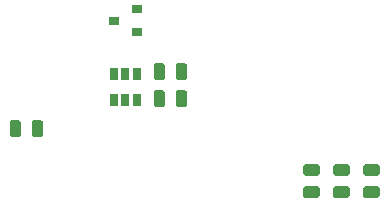
<source format=gtp>
G04 #@! TF.GenerationSoftware,KiCad,Pcbnew,5.1.5+dfsg1-2build2*
G04 #@! TF.CreationDate,2020-05-27T11:23:31-04:00*
G04 #@! TF.ProjectId,pidroponic_uHAT,70696472-6f70-46f6-9e69-635f75484154,1.0*
G04 #@! TF.SameCoordinates,Original*
G04 #@! TF.FileFunction,Paste,Top*
G04 #@! TF.FilePolarity,Positive*
%FSLAX46Y46*%
G04 Gerber Fmt 4.6, Leading zero omitted, Abs format (unit mm)*
G04 Created by KiCad (PCBNEW 5.1.5+dfsg1-2build2) date 2020-05-27 11:23:31*
%MOMM*%
%LPD*%
G04 APERTURE LIST*
%ADD10C,0.050000*%
%ADD11R,0.900000X0.800000*%
%ADD12R,0.650000X1.060000*%
G04 APERTURE END LIST*
D10*
G36*
X134429142Y-105045174D02*
G01*
X134452803Y-105048684D01*
X134476007Y-105054496D01*
X134498529Y-105062554D01*
X134520153Y-105072782D01*
X134540670Y-105085079D01*
X134559883Y-105099329D01*
X134577607Y-105115393D01*
X134593671Y-105133117D01*
X134607921Y-105152330D01*
X134620218Y-105172847D01*
X134630446Y-105194471D01*
X134638504Y-105216993D01*
X134644316Y-105240197D01*
X134647826Y-105263858D01*
X134649000Y-105287750D01*
X134649000Y-106200250D01*
X134647826Y-106224142D01*
X134644316Y-106247803D01*
X134638504Y-106271007D01*
X134630446Y-106293529D01*
X134620218Y-106315153D01*
X134607921Y-106335670D01*
X134593671Y-106354883D01*
X134577607Y-106372607D01*
X134559883Y-106388671D01*
X134540670Y-106402921D01*
X134520153Y-106415218D01*
X134498529Y-106425446D01*
X134476007Y-106433504D01*
X134452803Y-106439316D01*
X134429142Y-106442826D01*
X134405250Y-106444000D01*
X133917750Y-106444000D01*
X133893858Y-106442826D01*
X133870197Y-106439316D01*
X133846993Y-106433504D01*
X133824471Y-106425446D01*
X133802847Y-106415218D01*
X133782330Y-106402921D01*
X133763117Y-106388671D01*
X133745393Y-106372607D01*
X133729329Y-106354883D01*
X133715079Y-106335670D01*
X133702782Y-106315153D01*
X133692554Y-106293529D01*
X133684496Y-106271007D01*
X133678684Y-106247803D01*
X133675174Y-106224142D01*
X133674000Y-106200250D01*
X133674000Y-105287750D01*
X133675174Y-105263858D01*
X133678684Y-105240197D01*
X133684496Y-105216993D01*
X133692554Y-105194471D01*
X133702782Y-105172847D01*
X133715079Y-105152330D01*
X133729329Y-105133117D01*
X133745393Y-105115393D01*
X133763117Y-105099329D01*
X133782330Y-105085079D01*
X133802847Y-105072782D01*
X133824471Y-105062554D01*
X133846993Y-105054496D01*
X133870197Y-105048684D01*
X133893858Y-105045174D01*
X133917750Y-105044000D01*
X134405250Y-105044000D01*
X134429142Y-105045174D01*
G37*
G36*
X132554142Y-105045174D02*
G01*
X132577803Y-105048684D01*
X132601007Y-105054496D01*
X132623529Y-105062554D01*
X132645153Y-105072782D01*
X132665670Y-105085079D01*
X132684883Y-105099329D01*
X132702607Y-105115393D01*
X132718671Y-105133117D01*
X132732921Y-105152330D01*
X132745218Y-105172847D01*
X132755446Y-105194471D01*
X132763504Y-105216993D01*
X132769316Y-105240197D01*
X132772826Y-105263858D01*
X132774000Y-105287750D01*
X132774000Y-106200250D01*
X132772826Y-106224142D01*
X132769316Y-106247803D01*
X132763504Y-106271007D01*
X132755446Y-106293529D01*
X132745218Y-106315153D01*
X132732921Y-106335670D01*
X132718671Y-106354883D01*
X132702607Y-106372607D01*
X132684883Y-106388671D01*
X132665670Y-106402921D01*
X132645153Y-106415218D01*
X132623529Y-106425446D01*
X132601007Y-106433504D01*
X132577803Y-106439316D01*
X132554142Y-106442826D01*
X132530250Y-106444000D01*
X132042750Y-106444000D01*
X132018858Y-106442826D01*
X131995197Y-106439316D01*
X131971993Y-106433504D01*
X131949471Y-106425446D01*
X131927847Y-106415218D01*
X131907330Y-106402921D01*
X131888117Y-106388671D01*
X131870393Y-106372607D01*
X131854329Y-106354883D01*
X131840079Y-106335670D01*
X131827782Y-106315153D01*
X131817554Y-106293529D01*
X131809496Y-106271007D01*
X131803684Y-106247803D01*
X131800174Y-106224142D01*
X131799000Y-106200250D01*
X131799000Y-105287750D01*
X131800174Y-105263858D01*
X131803684Y-105240197D01*
X131809496Y-105216993D01*
X131817554Y-105194471D01*
X131827782Y-105172847D01*
X131840079Y-105152330D01*
X131854329Y-105133117D01*
X131870393Y-105115393D01*
X131888117Y-105099329D01*
X131907330Y-105085079D01*
X131927847Y-105072782D01*
X131949471Y-105062554D01*
X131971993Y-105054496D01*
X131995197Y-105048684D01*
X132018858Y-105045174D01*
X132042750Y-105044000D01*
X132530250Y-105044000D01*
X132554142Y-105045174D01*
G37*
G36*
X150722142Y-113591174D02*
G01*
X150745803Y-113594684D01*
X150769007Y-113600496D01*
X150791529Y-113608554D01*
X150813153Y-113618782D01*
X150833670Y-113631079D01*
X150852883Y-113645329D01*
X150870607Y-113661393D01*
X150886671Y-113679117D01*
X150900921Y-113698330D01*
X150913218Y-113718847D01*
X150923446Y-113740471D01*
X150931504Y-113762993D01*
X150937316Y-113786197D01*
X150940826Y-113809858D01*
X150942000Y-113833750D01*
X150942000Y-114321250D01*
X150940826Y-114345142D01*
X150937316Y-114368803D01*
X150931504Y-114392007D01*
X150923446Y-114414529D01*
X150913218Y-114436153D01*
X150900921Y-114456670D01*
X150886671Y-114475883D01*
X150870607Y-114493607D01*
X150852883Y-114509671D01*
X150833670Y-114523921D01*
X150813153Y-114536218D01*
X150791529Y-114546446D01*
X150769007Y-114554504D01*
X150745803Y-114560316D01*
X150722142Y-114563826D01*
X150698250Y-114565000D01*
X149785750Y-114565000D01*
X149761858Y-114563826D01*
X149738197Y-114560316D01*
X149714993Y-114554504D01*
X149692471Y-114546446D01*
X149670847Y-114536218D01*
X149650330Y-114523921D01*
X149631117Y-114509671D01*
X149613393Y-114493607D01*
X149597329Y-114475883D01*
X149583079Y-114456670D01*
X149570782Y-114436153D01*
X149560554Y-114414529D01*
X149552496Y-114392007D01*
X149546684Y-114368803D01*
X149543174Y-114345142D01*
X149542000Y-114321250D01*
X149542000Y-113833750D01*
X149543174Y-113809858D01*
X149546684Y-113786197D01*
X149552496Y-113762993D01*
X149560554Y-113740471D01*
X149570782Y-113718847D01*
X149583079Y-113698330D01*
X149597329Y-113679117D01*
X149613393Y-113661393D01*
X149631117Y-113645329D01*
X149650330Y-113631079D01*
X149670847Y-113618782D01*
X149692471Y-113608554D01*
X149714993Y-113600496D01*
X149738197Y-113594684D01*
X149761858Y-113591174D01*
X149785750Y-113590000D01*
X150698250Y-113590000D01*
X150722142Y-113591174D01*
G37*
G36*
X150722142Y-115466174D02*
G01*
X150745803Y-115469684D01*
X150769007Y-115475496D01*
X150791529Y-115483554D01*
X150813153Y-115493782D01*
X150833670Y-115506079D01*
X150852883Y-115520329D01*
X150870607Y-115536393D01*
X150886671Y-115554117D01*
X150900921Y-115573330D01*
X150913218Y-115593847D01*
X150923446Y-115615471D01*
X150931504Y-115637993D01*
X150937316Y-115661197D01*
X150940826Y-115684858D01*
X150942000Y-115708750D01*
X150942000Y-116196250D01*
X150940826Y-116220142D01*
X150937316Y-116243803D01*
X150931504Y-116267007D01*
X150923446Y-116289529D01*
X150913218Y-116311153D01*
X150900921Y-116331670D01*
X150886671Y-116350883D01*
X150870607Y-116368607D01*
X150852883Y-116384671D01*
X150833670Y-116398921D01*
X150813153Y-116411218D01*
X150791529Y-116421446D01*
X150769007Y-116429504D01*
X150745803Y-116435316D01*
X150722142Y-116438826D01*
X150698250Y-116440000D01*
X149785750Y-116440000D01*
X149761858Y-116438826D01*
X149738197Y-116435316D01*
X149714993Y-116429504D01*
X149692471Y-116421446D01*
X149670847Y-116411218D01*
X149650330Y-116398921D01*
X149631117Y-116384671D01*
X149613393Y-116368607D01*
X149597329Y-116350883D01*
X149583079Y-116331670D01*
X149570782Y-116311153D01*
X149560554Y-116289529D01*
X149552496Y-116267007D01*
X149546684Y-116243803D01*
X149543174Y-116220142D01*
X149542000Y-116196250D01*
X149542000Y-115708750D01*
X149543174Y-115684858D01*
X149546684Y-115661197D01*
X149552496Y-115637993D01*
X149560554Y-115615471D01*
X149570782Y-115593847D01*
X149583079Y-115573330D01*
X149597329Y-115554117D01*
X149613393Y-115536393D01*
X149631117Y-115520329D01*
X149650330Y-115506079D01*
X149670847Y-115493782D01*
X149692471Y-115483554D01*
X149714993Y-115475496D01*
X149738197Y-115469684D01*
X149761858Y-115466174D01*
X149785750Y-115465000D01*
X150698250Y-115465000D01*
X150722142Y-115466174D01*
G37*
G36*
X148182142Y-113591174D02*
G01*
X148205803Y-113594684D01*
X148229007Y-113600496D01*
X148251529Y-113608554D01*
X148273153Y-113618782D01*
X148293670Y-113631079D01*
X148312883Y-113645329D01*
X148330607Y-113661393D01*
X148346671Y-113679117D01*
X148360921Y-113698330D01*
X148373218Y-113718847D01*
X148383446Y-113740471D01*
X148391504Y-113762993D01*
X148397316Y-113786197D01*
X148400826Y-113809858D01*
X148402000Y-113833750D01*
X148402000Y-114321250D01*
X148400826Y-114345142D01*
X148397316Y-114368803D01*
X148391504Y-114392007D01*
X148383446Y-114414529D01*
X148373218Y-114436153D01*
X148360921Y-114456670D01*
X148346671Y-114475883D01*
X148330607Y-114493607D01*
X148312883Y-114509671D01*
X148293670Y-114523921D01*
X148273153Y-114536218D01*
X148251529Y-114546446D01*
X148229007Y-114554504D01*
X148205803Y-114560316D01*
X148182142Y-114563826D01*
X148158250Y-114565000D01*
X147245750Y-114565000D01*
X147221858Y-114563826D01*
X147198197Y-114560316D01*
X147174993Y-114554504D01*
X147152471Y-114546446D01*
X147130847Y-114536218D01*
X147110330Y-114523921D01*
X147091117Y-114509671D01*
X147073393Y-114493607D01*
X147057329Y-114475883D01*
X147043079Y-114456670D01*
X147030782Y-114436153D01*
X147020554Y-114414529D01*
X147012496Y-114392007D01*
X147006684Y-114368803D01*
X147003174Y-114345142D01*
X147002000Y-114321250D01*
X147002000Y-113833750D01*
X147003174Y-113809858D01*
X147006684Y-113786197D01*
X147012496Y-113762993D01*
X147020554Y-113740471D01*
X147030782Y-113718847D01*
X147043079Y-113698330D01*
X147057329Y-113679117D01*
X147073393Y-113661393D01*
X147091117Y-113645329D01*
X147110330Y-113631079D01*
X147130847Y-113618782D01*
X147152471Y-113608554D01*
X147174993Y-113600496D01*
X147198197Y-113594684D01*
X147221858Y-113591174D01*
X147245750Y-113590000D01*
X148158250Y-113590000D01*
X148182142Y-113591174D01*
G37*
G36*
X148182142Y-115466174D02*
G01*
X148205803Y-115469684D01*
X148229007Y-115475496D01*
X148251529Y-115483554D01*
X148273153Y-115493782D01*
X148293670Y-115506079D01*
X148312883Y-115520329D01*
X148330607Y-115536393D01*
X148346671Y-115554117D01*
X148360921Y-115573330D01*
X148373218Y-115593847D01*
X148383446Y-115615471D01*
X148391504Y-115637993D01*
X148397316Y-115661197D01*
X148400826Y-115684858D01*
X148402000Y-115708750D01*
X148402000Y-116196250D01*
X148400826Y-116220142D01*
X148397316Y-116243803D01*
X148391504Y-116267007D01*
X148383446Y-116289529D01*
X148373218Y-116311153D01*
X148360921Y-116331670D01*
X148346671Y-116350883D01*
X148330607Y-116368607D01*
X148312883Y-116384671D01*
X148293670Y-116398921D01*
X148273153Y-116411218D01*
X148251529Y-116421446D01*
X148229007Y-116429504D01*
X148205803Y-116435316D01*
X148182142Y-116438826D01*
X148158250Y-116440000D01*
X147245750Y-116440000D01*
X147221858Y-116438826D01*
X147198197Y-116435316D01*
X147174993Y-116429504D01*
X147152471Y-116421446D01*
X147130847Y-116411218D01*
X147110330Y-116398921D01*
X147091117Y-116384671D01*
X147073393Y-116368607D01*
X147057329Y-116350883D01*
X147043079Y-116331670D01*
X147030782Y-116311153D01*
X147020554Y-116289529D01*
X147012496Y-116267007D01*
X147006684Y-116243803D01*
X147003174Y-116220142D01*
X147002000Y-116196250D01*
X147002000Y-115708750D01*
X147003174Y-115684858D01*
X147006684Y-115661197D01*
X147012496Y-115637993D01*
X147020554Y-115615471D01*
X147030782Y-115593847D01*
X147043079Y-115573330D01*
X147057329Y-115554117D01*
X147073393Y-115536393D01*
X147091117Y-115520329D01*
X147110330Y-115506079D01*
X147130847Y-115493782D01*
X147152471Y-115483554D01*
X147174993Y-115475496D01*
X147198197Y-115469684D01*
X147221858Y-115466174D01*
X147245750Y-115465000D01*
X148158250Y-115465000D01*
X148182142Y-115466174D01*
G37*
G36*
X145642142Y-113591174D02*
G01*
X145665803Y-113594684D01*
X145689007Y-113600496D01*
X145711529Y-113608554D01*
X145733153Y-113618782D01*
X145753670Y-113631079D01*
X145772883Y-113645329D01*
X145790607Y-113661393D01*
X145806671Y-113679117D01*
X145820921Y-113698330D01*
X145833218Y-113718847D01*
X145843446Y-113740471D01*
X145851504Y-113762993D01*
X145857316Y-113786197D01*
X145860826Y-113809858D01*
X145862000Y-113833750D01*
X145862000Y-114321250D01*
X145860826Y-114345142D01*
X145857316Y-114368803D01*
X145851504Y-114392007D01*
X145843446Y-114414529D01*
X145833218Y-114436153D01*
X145820921Y-114456670D01*
X145806671Y-114475883D01*
X145790607Y-114493607D01*
X145772883Y-114509671D01*
X145753670Y-114523921D01*
X145733153Y-114536218D01*
X145711529Y-114546446D01*
X145689007Y-114554504D01*
X145665803Y-114560316D01*
X145642142Y-114563826D01*
X145618250Y-114565000D01*
X144705750Y-114565000D01*
X144681858Y-114563826D01*
X144658197Y-114560316D01*
X144634993Y-114554504D01*
X144612471Y-114546446D01*
X144590847Y-114536218D01*
X144570330Y-114523921D01*
X144551117Y-114509671D01*
X144533393Y-114493607D01*
X144517329Y-114475883D01*
X144503079Y-114456670D01*
X144490782Y-114436153D01*
X144480554Y-114414529D01*
X144472496Y-114392007D01*
X144466684Y-114368803D01*
X144463174Y-114345142D01*
X144462000Y-114321250D01*
X144462000Y-113833750D01*
X144463174Y-113809858D01*
X144466684Y-113786197D01*
X144472496Y-113762993D01*
X144480554Y-113740471D01*
X144490782Y-113718847D01*
X144503079Y-113698330D01*
X144517329Y-113679117D01*
X144533393Y-113661393D01*
X144551117Y-113645329D01*
X144570330Y-113631079D01*
X144590847Y-113618782D01*
X144612471Y-113608554D01*
X144634993Y-113600496D01*
X144658197Y-113594684D01*
X144681858Y-113591174D01*
X144705750Y-113590000D01*
X145618250Y-113590000D01*
X145642142Y-113591174D01*
G37*
G36*
X145642142Y-115466174D02*
G01*
X145665803Y-115469684D01*
X145689007Y-115475496D01*
X145711529Y-115483554D01*
X145733153Y-115493782D01*
X145753670Y-115506079D01*
X145772883Y-115520329D01*
X145790607Y-115536393D01*
X145806671Y-115554117D01*
X145820921Y-115573330D01*
X145833218Y-115593847D01*
X145843446Y-115615471D01*
X145851504Y-115637993D01*
X145857316Y-115661197D01*
X145860826Y-115684858D01*
X145862000Y-115708750D01*
X145862000Y-116196250D01*
X145860826Y-116220142D01*
X145857316Y-116243803D01*
X145851504Y-116267007D01*
X145843446Y-116289529D01*
X145833218Y-116311153D01*
X145820921Y-116331670D01*
X145806671Y-116350883D01*
X145790607Y-116368607D01*
X145772883Y-116384671D01*
X145753670Y-116398921D01*
X145733153Y-116411218D01*
X145711529Y-116421446D01*
X145689007Y-116429504D01*
X145665803Y-116435316D01*
X145642142Y-116438826D01*
X145618250Y-116440000D01*
X144705750Y-116440000D01*
X144681858Y-116438826D01*
X144658197Y-116435316D01*
X144634993Y-116429504D01*
X144612471Y-116421446D01*
X144590847Y-116411218D01*
X144570330Y-116398921D01*
X144551117Y-116384671D01*
X144533393Y-116368607D01*
X144517329Y-116350883D01*
X144503079Y-116331670D01*
X144490782Y-116311153D01*
X144480554Y-116289529D01*
X144472496Y-116267007D01*
X144466684Y-116243803D01*
X144463174Y-116220142D01*
X144462000Y-116196250D01*
X144462000Y-115708750D01*
X144463174Y-115684858D01*
X144466684Y-115661197D01*
X144472496Y-115637993D01*
X144480554Y-115615471D01*
X144490782Y-115593847D01*
X144503079Y-115573330D01*
X144517329Y-115554117D01*
X144533393Y-115536393D01*
X144551117Y-115520329D01*
X144570330Y-115506079D01*
X144590847Y-115493782D01*
X144612471Y-115483554D01*
X144634993Y-115475496D01*
X144658197Y-115469684D01*
X144681858Y-115466174D01*
X144705750Y-115465000D01*
X145618250Y-115465000D01*
X145642142Y-115466174D01*
G37*
G36*
X120362142Y-109871174D02*
G01*
X120385803Y-109874684D01*
X120409007Y-109880496D01*
X120431529Y-109888554D01*
X120453153Y-109898782D01*
X120473670Y-109911079D01*
X120492883Y-109925329D01*
X120510607Y-109941393D01*
X120526671Y-109959117D01*
X120540921Y-109978330D01*
X120553218Y-109998847D01*
X120563446Y-110020471D01*
X120571504Y-110042993D01*
X120577316Y-110066197D01*
X120580826Y-110089858D01*
X120582000Y-110113750D01*
X120582000Y-111026250D01*
X120580826Y-111050142D01*
X120577316Y-111073803D01*
X120571504Y-111097007D01*
X120563446Y-111119529D01*
X120553218Y-111141153D01*
X120540921Y-111161670D01*
X120526671Y-111180883D01*
X120510607Y-111198607D01*
X120492883Y-111214671D01*
X120473670Y-111228921D01*
X120453153Y-111241218D01*
X120431529Y-111251446D01*
X120409007Y-111259504D01*
X120385803Y-111265316D01*
X120362142Y-111268826D01*
X120338250Y-111270000D01*
X119850750Y-111270000D01*
X119826858Y-111268826D01*
X119803197Y-111265316D01*
X119779993Y-111259504D01*
X119757471Y-111251446D01*
X119735847Y-111241218D01*
X119715330Y-111228921D01*
X119696117Y-111214671D01*
X119678393Y-111198607D01*
X119662329Y-111180883D01*
X119648079Y-111161670D01*
X119635782Y-111141153D01*
X119625554Y-111119529D01*
X119617496Y-111097007D01*
X119611684Y-111073803D01*
X119608174Y-111050142D01*
X119607000Y-111026250D01*
X119607000Y-110113750D01*
X119608174Y-110089858D01*
X119611684Y-110066197D01*
X119617496Y-110042993D01*
X119625554Y-110020471D01*
X119635782Y-109998847D01*
X119648079Y-109978330D01*
X119662329Y-109959117D01*
X119678393Y-109941393D01*
X119696117Y-109925329D01*
X119715330Y-109911079D01*
X119735847Y-109898782D01*
X119757471Y-109888554D01*
X119779993Y-109880496D01*
X119803197Y-109874684D01*
X119826858Y-109871174D01*
X119850750Y-109870000D01*
X120338250Y-109870000D01*
X120362142Y-109871174D01*
G37*
G36*
X122237142Y-109871174D02*
G01*
X122260803Y-109874684D01*
X122284007Y-109880496D01*
X122306529Y-109888554D01*
X122328153Y-109898782D01*
X122348670Y-109911079D01*
X122367883Y-109925329D01*
X122385607Y-109941393D01*
X122401671Y-109959117D01*
X122415921Y-109978330D01*
X122428218Y-109998847D01*
X122438446Y-110020471D01*
X122446504Y-110042993D01*
X122452316Y-110066197D01*
X122455826Y-110089858D01*
X122457000Y-110113750D01*
X122457000Y-111026250D01*
X122455826Y-111050142D01*
X122452316Y-111073803D01*
X122446504Y-111097007D01*
X122438446Y-111119529D01*
X122428218Y-111141153D01*
X122415921Y-111161670D01*
X122401671Y-111180883D01*
X122385607Y-111198607D01*
X122367883Y-111214671D01*
X122348670Y-111228921D01*
X122328153Y-111241218D01*
X122306529Y-111251446D01*
X122284007Y-111259504D01*
X122260803Y-111265316D01*
X122237142Y-111268826D01*
X122213250Y-111270000D01*
X121725750Y-111270000D01*
X121701858Y-111268826D01*
X121678197Y-111265316D01*
X121654993Y-111259504D01*
X121632471Y-111251446D01*
X121610847Y-111241218D01*
X121590330Y-111228921D01*
X121571117Y-111214671D01*
X121553393Y-111198607D01*
X121537329Y-111180883D01*
X121523079Y-111161670D01*
X121510782Y-111141153D01*
X121500554Y-111119529D01*
X121492496Y-111097007D01*
X121486684Y-111073803D01*
X121483174Y-111050142D01*
X121482000Y-111026250D01*
X121482000Y-110113750D01*
X121483174Y-110089858D01*
X121486684Y-110066197D01*
X121492496Y-110042993D01*
X121500554Y-110020471D01*
X121510782Y-109998847D01*
X121523079Y-109978330D01*
X121537329Y-109959117D01*
X121553393Y-109941393D01*
X121571117Y-109925329D01*
X121590330Y-109911079D01*
X121610847Y-109898782D01*
X121632471Y-109888554D01*
X121654993Y-109880496D01*
X121678197Y-109874684D01*
X121701858Y-109871174D01*
X121725750Y-109870000D01*
X122213250Y-109870000D01*
X122237142Y-109871174D01*
G37*
D11*
X128414000Y-101426000D03*
X130414000Y-100476000D03*
X130414000Y-102376000D03*
D12*
X129414000Y-105914000D03*
X128464000Y-105914000D03*
X130364000Y-105914000D03*
X130364000Y-108114000D03*
X129414000Y-108114000D03*
X128464000Y-108114000D03*
D10*
G36*
X134429142Y-107331174D02*
G01*
X134452803Y-107334684D01*
X134476007Y-107340496D01*
X134498529Y-107348554D01*
X134520153Y-107358782D01*
X134540670Y-107371079D01*
X134559883Y-107385329D01*
X134577607Y-107401393D01*
X134593671Y-107419117D01*
X134607921Y-107438330D01*
X134620218Y-107458847D01*
X134630446Y-107480471D01*
X134638504Y-107502993D01*
X134644316Y-107526197D01*
X134647826Y-107549858D01*
X134649000Y-107573750D01*
X134649000Y-108486250D01*
X134647826Y-108510142D01*
X134644316Y-108533803D01*
X134638504Y-108557007D01*
X134630446Y-108579529D01*
X134620218Y-108601153D01*
X134607921Y-108621670D01*
X134593671Y-108640883D01*
X134577607Y-108658607D01*
X134559883Y-108674671D01*
X134540670Y-108688921D01*
X134520153Y-108701218D01*
X134498529Y-108711446D01*
X134476007Y-108719504D01*
X134452803Y-108725316D01*
X134429142Y-108728826D01*
X134405250Y-108730000D01*
X133917750Y-108730000D01*
X133893858Y-108728826D01*
X133870197Y-108725316D01*
X133846993Y-108719504D01*
X133824471Y-108711446D01*
X133802847Y-108701218D01*
X133782330Y-108688921D01*
X133763117Y-108674671D01*
X133745393Y-108658607D01*
X133729329Y-108640883D01*
X133715079Y-108621670D01*
X133702782Y-108601153D01*
X133692554Y-108579529D01*
X133684496Y-108557007D01*
X133678684Y-108533803D01*
X133675174Y-108510142D01*
X133674000Y-108486250D01*
X133674000Y-107573750D01*
X133675174Y-107549858D01*
X133678684Y-107526197D01*
X133684496Y-107502993D01*
X133692554Y-107480471D01*
X133702782Y-107458847D01*
X133715079Y-107438330D01*
X133729329Y-107419117D01*
X133745393Y-107401393D01*
X133763117Y-107385329D01*
X133782330Y-107371079D01*
X133802847Y-107358782D01*
X133824471Y-107348554D01*
X133846993Y-107340496D01*
X133870197Y-107334684D01*
X133893858Y-107331174D01*
X133917750Y-107330000D01*
X134405250Y-107330000D01*
X134429142Y-107331174D01*
G37*
G36*
X132554142Y-107331174D02*
G01*
X132577803Y-107334684D01*
X132601007Y-107340496D01*
X132623529Y-107348554D01*
X132645153Y-107358782D01*
X132665670Y-107371079D01*
X132684883Y-107385329D01*
X132702607Y-107401393D01*
X132718671Y-107419117D01*
X132732921Y-107438330D01*
X132745218Y-107458847D01*
X132755446Y-107480471D01*
X132763504Y-107502993D01*
X132769316Y-107526197D01*
X132772826Y-107549858D01*
X132774000Y-107573750D01*
X132774000Y-108486250D01*
X132772826Y-108510142D01*
X132769316Y-108533803D01*
X132763504Y-108557007D01*
X132755446Y-108579529D01*
X132745218Y-108601153D01*
X132732921Y-108621670D01*
X132718671Y-108640883D01*
X132702607Y-108658607D01*
X132684883Y-108674671D01*
X132665670Y-108688921D01*
X132645153Y-108701218D01*
X132623529Y-108711446D01*
X132601007Y-108719504D01*
X132577803Y-108725316D01*
X132554142Y-108728826D01*
X132530250Y-108730000D01*
X132042750Y-108730000D01*
X132018858Y-108728826D01*
X131995197Y-108725316D01*
X131971993Y-108719504D01*
X131949471Y-108711446D01*
X131927847Y-108701218D01*
X131907330Y-108688921D01*
X131888117Y-108674671D01*
X131870393Y-108658607D01*
X131854329Y-108640883D01*
X131840079Y-108621670D01*
X131827782Y-108601153D01*
X131817554Y-108579529D01*
X131809496Y-108557007D01*
X131803684Y-108533803D01*
X131800174Y-108510142D01*
X131799000Y-108486250D01*
X131799000Y-107573750D01*
X131800174Y-107549858D01*
X131803684Y-107526197D01*
X131809496Y-107502993D01*
X131817554Y-107480471D01*
X131827782Y-107458847D01*
X131840079Y-107438330D01*
X131854329Y-107419117D01*
X131870393Y-107401393D01*
X131888117Y-107385329D01*
X131907330Y-107371079D01*
X131927847Y-107358782D01*
X131949471Y-107348554D01*
X131971993Y-107340496D01*
X131995197Y-107334684D01*
X132018858Y-107331174D01*
X132042750Y-107330000D01*
X132530250Y-107330000D01*
X132554142Y-107331174D01*
G37*
M02*

</source>
